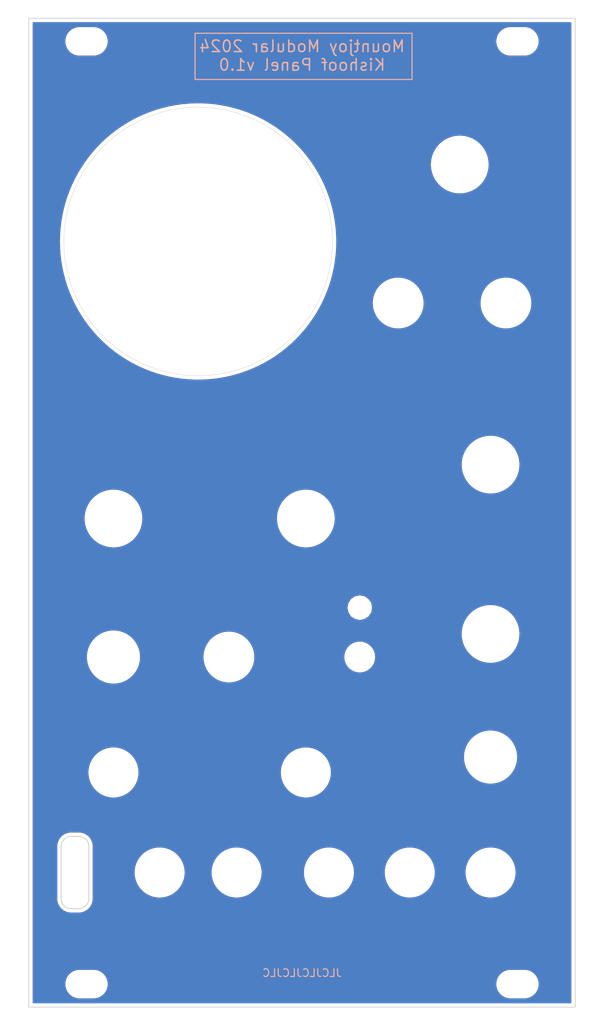
<source format=kicad_pcb>
(kicad_pcb (version 20240108) (generator "pcbnew") (generator_version "8.0")
  (layers (0 "F.Cu" signal) (31 "B.Cu" signal) (34 "B.Paste" user) (35 "F.Paste" user) (36 "B.SilkS" user "B.Silkscreen") (37 "F.SilkS" user "F.Silkscreen") (38 "B.Mask" user) (39 "F.Mask" user) (44 "Edge.Cuts" user))
  (net 0 "")
  (footprint "Custom_Footprints:Thonkiconn_Socket_MountingHole_6mm" (layer "F.Cu") (at 91 128)
    (property "Reference" "Ref**" (hide yes))
    (property "Value" "Thonkiconn_Socket_MountingHole_6mm")
    (pad "" np_thru_hole circle (at 0 0) (size 6 6) (drill 6) (layers "F&B.Cu" "*.Mask"))
  )
  (footprint "Custom_Footprints:MountingHole_6.1mm" (layer "F.Cu") (at 81 113)
    (property "Reference" "Ref**" (hide yes))
    (property "Value" "Thonkikonn_6.1mm")
    (pad "" np_thru_hole circle (at 0 0) (size 6.1 6.1) (drill 6.1) (layers "F&B.Cu" "*.Mask" "F.SilkS"))
  )
  (footprint "Custom_Footprints:Tall_Trimmer_Hole" (layer "F.Cu") (at 115 126)
    (property "Reference" "Ref**" (hide yes))
    (property "Value" "Tall_Trimmer_Hole" (hide yes))
    (pad "" np_thru_hole circle (at 0 0) (size 6.4 6.4) (drill 6.4) (layers "F&B.Cu" "*.Mask"))
  )
  (footprint "Custom_Footprints:Tall_Trimmer_Hole" (layer "F.Cu") (at 66 113)
    (property "Reference" "Ref**" (hide yes))
    (property "Value" "Tall_Trimmer_Hole" (hide yes))
    (pad "" np_thru_hole circle (at 0 0) (size 6.4 6.4) (drill 6.4) (layers "F&B.Cu" "*.Mask"))
  )
  (footprint "Custom_Footprints:MountingHole_6.1mm" (layer "F.Cu") (at 117 67)
    (property "Reference" "Ref**" (hide yes))
    (property "Value" "Thonkikonn_6.1mm")
    (pad "" np_thru_hole circle (at 0 0) (size 6.1 6.1) (drill 6.1) (layers "F&B.Cu" "*.Mask" "F.SilkS"))
  )
  (footprint "Custom_Footprints:Thonkiconn_Socket_MountingHole_6mm" (layer "F.Cu") (at 82 141)
    (property "Reference" "Ref**" (hide yes))
    (property "Value" "Thonkiconn_Socket_MountingHole_6mm")
    (pad "" np_thru_hole circle (at 0 0) (size 6 6) (drill 6) (layers "F&B.Cu" "*.Mask"))
  )
  (footprint "Custom_Footprints:Small_Pushbutton_Hole_3.5mm" (layer "F.Cu") (at 98 113)
    (property "Reference" "Ref**" (hide yes))
    (property "Value" "Push_Button_Hole" (hide yes))
    (pad "" np_thru_hole circle (at 0 0) (size 3.5 3.5) (drill 3.5) (layers "*.Cu" "*.Mask"))
  )
  (footprint "Custom_Footprints:Oval_Mounting_Hole" (layer "F.Cu") (at 118.5 33)
    (property "Reference" "Ref**" (hide yes))
    (property "Value" "Oval_Mounting_Hole" (hide yes))
    (pad "" np_thru_hole oval (at 0 0) (size 5 3.2) (drill oval 5 3.2) (layers "*.Cu" "*.Mask"))
  )
  (footprint "Custom_Footprints:Alpha_9mm_pot_hole" (layer "F.Cu") (at 91 95)
    (property "Reference" "Ref**" (hide yes))
    (property "Value" "Alpha_9mm_pot_hole" (hide yes))
    (pad "" np_thru_hole circle (at 0 0) (size 7 7) (drill 7) (layers "*.Cu" "*.Mask"))
  )
  (footprint "Custom_Footprints:Thonkiconn_Socket_MountingHole_6mm" (layer "F.Cu") (at 72 141)
    (property "Reference" "Ref**" (hide yes))
    (property "Value" "Thonkiconn_Socket_MountingHole_6mm")
    (pad "" np_thru_hole circle (at 0 0) (size 6 6) (drill 6) (layers "*.Cu" "*.Mask"))
  )
  (footprint "Custom_Footprints:Alpha_9mm_pot_hole" (layer "F.Cu") (at 115 88)
    (property "Reference" "Ref**" (hide yes))
    (property "Value" "Alpha_9mm_pot_hole" (hide yes))
    (pad "" np_thru_hole circle (at 0 0) (size 7 7) (drill 7) (layers "*.Cu" "*.Mask"))
  )
  (footprint "Custom_Footprints:Alpha_9mm_pot_hole" (layer "F.Cu") (at 111 49)
    (property "Reference" "Ref**" (hide yes))
    (property "Value" "Alpha_9mm_pot_hole" (hide yes))
    (pad "" np_thru_hole circle (at 0 0) (size 7 7) (drill 7) (layers "*.Cu" "*.Mask"))
  )
  (footprint "Custom_Footprints:Oval_Mounting_Hole" (layer "F.Cu") (at 62.5 155.5)
    (property "Reference" "Ref**" (hide yes))
    (property "Value" "Oval_Mounting_Hole" (hide yes))
    (pad "" np_thru_hole oval (at 0 0) (size 5 3.2) (drill oval 5 3.2) (layers "*.Cu" "*.Mask"))
  )
  (footprint "Custom_Footprints:Thonkiconn_Socket_MountingHole_6mm" (layer "F.Cu") (at 94 141)
    (property "Reference" "Ref**" (hide yes))
    (property "Value" "Thonkiconn_Socket_MountingHole_6mm")
    (pad "" np_thru_hole circle (at 0 0) (size 6 6) (drill 6) (layers "F&B.Cu" "*.Mask"))
  )
  (footprint "Custom_Footprints:MountingHole_6.1mm" (layer "F.Cu") (at 103 67)
    (property "Reference" "Ref**" (hide yes))
    (property "Value" "Thonkikonn_6.1mm")
    (pad "" np_thru_hole circle (at 0 0) (size 6.1 6.1) (drill 6.1) (layers "*.Cu" "*.Mask" "F.SilkS"))
  )
  (footprint "Custom_Footprints:Alpha_9mm_pot_hole" (layer "F.Cu") (at 115 110)
    (property "Reference" "Ref**" (hide yes))
    (property "Value" "Alpha_9mm_pot_hole" (hide yes))
    (pad "" np_thru_hole circle (at 0 0) (size 7 7) (drill 7) (layers "F&B.Cu" "*.Mask"))
  )
  (footprint "Graphics:usb_icon" (layer "F.Cu") (at 61 148.8 -90)
    (property "Reference" "G***" (hide yes))
    (property "Value" "LOGO" (hide yes))
  )
  (footprint "Custom_Footprints:Oval_Mounting_Hole" (layer "F.Cu") (at 118.5 155.5)
    (property "Reference" "Ref**" (hide yes))
    (property "Value" "Oval_Mounting_Hole" (hide yes))
    (pad "" np_thru_hole oval (at 0 0) (size 5 3.2) (drill oval 5 3.2) (layers "*.Cu" "*.Mask"))
  )
  (footprint "Custom_Footprints:Alpha_9mm_pot_hole" (layer "F.Cu") (at 66 95)
    (property "Reference" "Ref**" (hide yes))
    (property "Value" "Alpha_9mm_pot_hole" (hide yes))
    (pad "" np_thru_hole circle (at 0 0) (size 7 7) (drill 7) (layers "*.Cu" "*.Mask"))
  )
  (footprint "Custom_Footprints:USB_C_Cutout" (layer "F.Cu") (at 61 141 90)
    (property "Reference" "REF**" (hide yes))
    (property "Value" "USB_C_Cutout")
    (fp_line (start -3.4 -1.8) (end 3.4 -1.8) (stroke (width 0.12)) (layer "Edge.Cuts"))
    (fp_line (start -4.7 -0.5) (end -4.7 0.5) (stroke (width 0.12)) (layer "Edge.Cuts"))
    (fp_line (start 4.7 0.5) (end 4.7 -0.5) (stroke (width 0.12)) (layer "Edge.Cuts"))
    (fp_line (start -3.38 1.8) (end 3.38 1.8) (stroke (width 0.12)) (layer "Edge.Cuts"))
    (fp_arc (start 3.4 -1.8) (mid 4.313703 -1.413703) (end 4.7 -0.5) (stroke (width 0.12)) (layer "Edge.Cuts"))
    (fp_arc (start -4.7 -0.5) (mid -4.319239 -1.419239) (end -3.4 -1.8) (stroke (width 0.12)) (layer "Edge.Cuts"))
    (fp_arc (start 4.7 0.5) (mid 4.306876 1.42048) (end 3.380761 1.80014) (stroke (width 0.12)) (layer "Edge.Cuts"))
    (fp_arc (start -3.380761 1.80014) (mid -4.306876 1.420481) (end -4.7 0.5) (stroke (width 0.12)) (layer "Edge.Cuts"))
  )
  (footprint "Custom_Footprints:Thonkiconn_Socket_MountingHole_6mm" (layer "F.Cu") (at 66 128)
    (property "Reference" "Ref**" (hide yes))
    (property "Value" "Thonkiconn_Socket_MountingHole_6mm")
    (pad "" np_thru_hole circle (at 0 0) (size 6 6) (drill 6) (layers "F&B.Cu" "*.Mask"))
  )
  (footprint "Custom_Footprints:Thonkiconn_Socket_MountingHole_6mm" (layer "F.Cu") (at 115 141)
    (property "Reference" "Ref**" (hide yes))
    (property "Value" "Thonkiconn_Socket_MountingHole_6mm")
    (pad "" np_thru_hole circle (at 0 0) (size 6 6) (drill 6) (layers "F&B.Cu" "*.Mask"))
  )
  (footprint "Graphics:KishoofLogo" (layer "F.Cu") (at 90.6 34.55)
    (property "Reference" "G***" (hide yes))
    (property "Value" "LOGO" (hide yes))
  )
  (footprint "Custom_Footprints:Oval_Mounting_Hole" (layer "F.Cu") (at 62.5 33)
    (property "Reference" "Ref**" (hide yes))
    (property "Value" "Oval_Mounting_Hole" (hide yes))
    (pad "" np_thru_hole oval (at 0 0) (size 5 3.2) (drill oval 5 3.2) (layers "*.Cu" "*.Mask"))
  )
  (footprint "Custom_Footprints:Thonkiconn_Socket_MountingHole_6mm" (layer "F.Cu") (at 104.5 141)
    (property "Reference" "Ref**" (hide yes))
    (property "Value" "Thonkiconn_Socket_MountingHole_6mm")
    (pad "" np_thru_hole circle (at 0 0) (size 6 6) (drill 6) (layers "F&B.Cu" "*.Mask"))
  )
  (gr_rect (start 76.6 31.95) (end 104.8 37.95) (stroke (width 0.15)) (fill none) (layer "B.SilkS"))
  (gr_circle (center 77 59) (end 94.45 59) (stroke (width 0.05)) (fill none) (layer "Edge.Cuts"))
  (gr_rect (start 55 30) (end 126 158.5) (stroke (width 0.1)) (fill none) (layer "Edge.Cuts"))
  (gr_text "JLCJLCJLCJLC" (at 90.5 154.05 0) (layer "B.SilkS") (effects (font (size 1 1)) (justify mirror)))
  (gr_text "Mountjoy Modular 2024\nKishoof Panel v1.0" (at 90.5 34.85 0) (layer "B.SilkS") (effects (font (size 1.5 1.5) (thickness 0.2)) (justify mirror)))
  (zone (net 0) (net_name "") (layers "F&B.Cu") (connect_pads (clearance 0)) (min_thickness 0.254) (fill yes (thermal_gap 0.508) (thermal_bridge_width 0.508))
    (polygon (pts (xy 128 160) (xy 54.1 160.4) (xy 54.1 29.4) (xy 128 29)))
  )
  (zone (net 0) (net_name "") (layers "F&B.Cu" "F.Mask") (connect_pads (clearance 0)) (min_thickness 0.25)
    (keepout (tracks not_allowed) (vias not_allowed) (pads not_allowed) (copperpour not_allowed) (footprints allowed))
    (fill (thermal_gap 0.5) (thermal_bridge_width 0.5))
    (polygon (pts (xy 96.865934 105.460871) (xy 97.40894 105.096166) (xy 97.999999 104.994937) (xy 98.633223 105.0969) (xy 99.130809 105.464128) (xy 99.499441 105.96208) (xy 99.6 106.594937) (xy 99.500523 107.187115) (xy 99.132199 107.727136) (xy 98.633527 108.052581) (xy 98 108.194937) (xy 97.408933 108.052596) (xy 96.868617 107.72632) (xy 96.543026 107.186667) (xy 96.4 106.594937) (xy 96.539505 105.960621)))
  )
)
</source>
